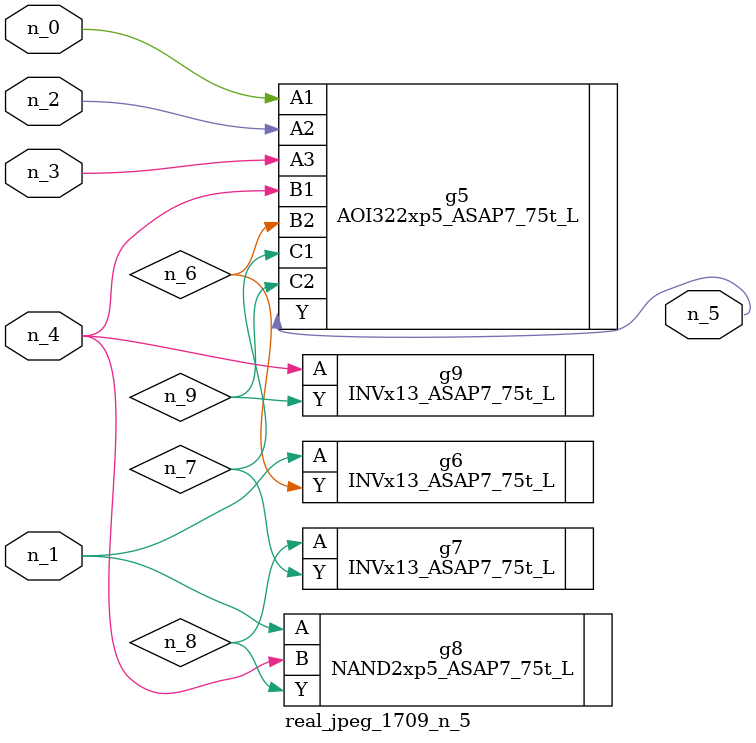
<source format=v>
module real_jpeg_1709_n_5 (n_4, n_0, n_1, n_2, n_3, n_5);

input n_4;
input n_0;
input n_1;
input n_2;
input n_3;

output n_5;

wire n_8;
wire n_6;
wire n_7;
wire n_9;

AOI322xp5_ASAP7_75t_L g5 ( 
.A1(n_0),
.A2(n_2),
.A3(n_3),
.B1(n_4),
.B2(n_6),
.C1(n_7),
.C2(n_9),
.Y(n_5)
);

INVx13_ASAP7_75t_L g6 ( 
.A(n_1),
.Y(n_6)
);

NAND2xp5_ASAP7_75t_L g8 ( 
.A(n_1),
.B(n_4),
.Y(n_8)
);

INVx13_ASAP7_75t_L g9 ( 
.A(n_4),
.Y(n_9)
);

INVx13_ASAP7_75t_L g7 ( 
.A(n_8),
.Y(n_7)
);


endmodule
</source>
